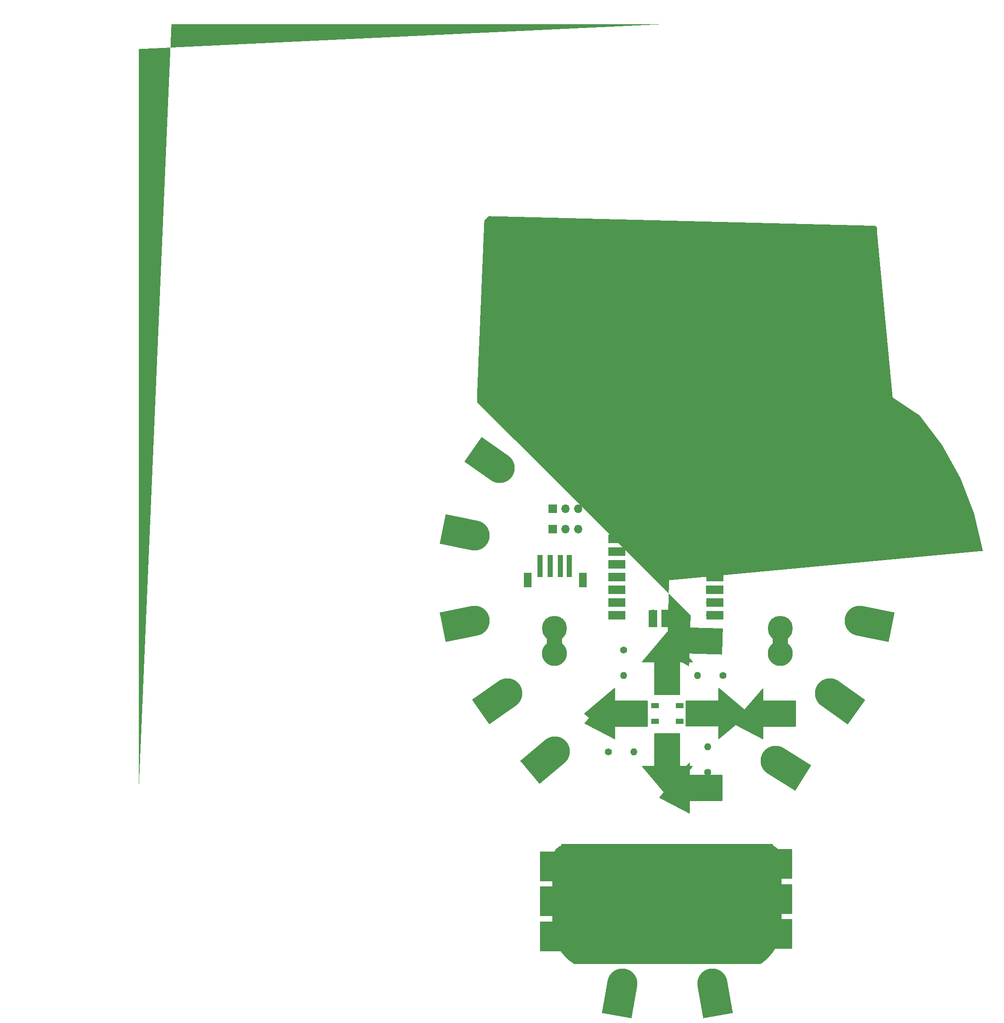
<source format=gts>
%TF.GenerationSoftware,KiCad,Pcbnew,6.0.2+dfsg-1*%
%TF.CreationDate,2022-09-12T11:49:15+02:00*%
%TF.ProjectId,kidslab-lamp,6b696473-6c61-4622-9d6c-616d702e6b69,rev?*%
%TF.SameCoordinates,Original*%
%TF.FileFunction,Soldermask,Top*%
%TF.FilePolarity,Negative*%
%FSLAX46Y46*%
G04 Gerber Fmt 4.6, Leading zero omitted, Abs format (unit mm)*
G04 Created by KiCad (PCBNEW 6.0.2+dfsg-1) date 2022-09-12 11:49:15*
%MOMM*%
%LPD*%
G01*
G04 APERTURE LIST*
G04 Aperture macros list*
%AMFreePoly0*
4,1,34,6.500000,-3.000000,0.000000,-3.000000,-0.000001,-2.998354,-0.313585,-2.983566,-0.654430,-2.927750,-0.986600,-2.833129,-1.305693,-2.700956,-1.607479,-2.532984,-1.887961,-2.331438,-2.143418,-2.098990,-2.370465,-1.838721,-2.566093,-1.554081,-2.727708,-1.248842,-2.853170,-0.927051,-2.940814,-0.592972,-2.989479,-0.251034,-2.998520,0.094232,-2.967817,0.438249,-2.897777,0.776457,-2.789329,1.104374,
-2.643910,1.417652,-2.463448,1.712141,-2.250333,1.983936,-2.007392,2.229434,-1.737844,2.445383,-1.445260,2.628920,-1.133522,2.777612,-0.806759,2.889488,-0.469303,2.963065,-0.125627,2.997368,0.000000,2.995395,0.000000,3.000000,6.500000,3.000000,6.500000,-3.000000,6.500000,-3.000000,$1*%
%AMFreePoly1*
4,1,48,0.468453,2.455718,0.772542,2.377641,1.064448,2.262068,1.339567,2.110820,1.593560,1.926283,1.822422,1.711368,1.955916,1.550000,3.250000,1.550000,3.285355,1.535355,3.300000,1.500000,3.300000,-1.500000,3.285355,-1.535355,3.250000,-1.550000,1.955916,-1.550000,1.822422,-1.711368,1.593560,-1.926283,1.339567,-2.110820,1.064448,-2.262068,0.772542,-2.377641,0.468453,-2.455718,
0.156976,-2.495067,-0.156976,-2.495067,-0.468453,-2.455718,-0.772542,-2.377641,-1.064448,-2.262068,-1.339567,-2.110820,-1.593560,-1.926283,-1.822422,-1.711368,-2.022542,-1.469463,-2.190767,-1.204384,-2.324441,-0.920311,-2.421458,-0.621725,-2.480287,-0.313333,-2.500000,0.000000,-2.480287,0.313333,-2.421458,0.621725,-2.324441,0.920311,-2.190767,1.204384,-2.022542,1.469463,-1.822422,1.711368,
-1.593560,1.926283,-1.339567,2.110820,-1.064448,2.262068,-0.772542,2.377641,-0.468453,2.455718,-0.156976,2.495067,0.156976,2.495067,0.468453,2.455718,0.468453,2.455718,$1*%
%AMFreePoly2*
4,1,66,4.411842,5.095106,4.430902,5.095106,4.441081,5.087711,4.453280,5.084625,4.465483,5.069982,4.480902,5.058779,4.484790,5.046813,4.492846,5.037146,4.494111,5.018124,4.500000,5.000000,4.500000,2.600000,10.900000,2.600000,10.915063,2.595106,10.930902,2.595106,10.943716,2.585796,10.958779,2.580902,10.968089,2.568089,10.980902,2.558779,10.985796,2.543716,10.995106,2.530902,
10.995106,2.515063,11.000000,2.500000,11.000000,-2.500000,10.995106,-2.515063,10.995106,-2.530902,10.985796,-2.543716,10.980902,-2.558779,10.968089,-2.568089,10.958779,-2.580902,10.943716,-2.585796,10.930902,-2.595106,10.915063,-2.595106,10.900000,-2.600000,4.500000,-2.600000,4.500000,-5.000000,4.494111,-5.018124,4.492846,-5.037146,4.484790,-5.046813,4.480902,-5.058779,4.465483,-5.069982,
4.453280,-5.084625,4.441081,-5.087711,4.430902,-5.095106,4.411842,-5.095106,4.393363,-5.099780,4.381681,-5.095106,4.369098,-5.095106,4.353676,-5.083901,4.335982,-5.076822,-1.664018,-0.076822,-1.677110,-0.056028,-1.692845,-0.037146,-1.693299,-0.030314,-1.696947,-0.024521,-1.695316,0.000000,-1.696947,0.024521,-1.693299,0.030314,-1.692845,0.037146,-1.677110,0.056028,-1.664018,0.076822,
4.335982,5.076822,4.353676,5.083901,4.369098,5.095106,4.381681,5.095106,4.393363,5.099780,4.411842,5.095106,4.411842,5.095106,$1*%
G04 Aperture macros list end*
%ADD10C,0.200000*%
%ADD11O,1.800000X1.800000*%
%ADD12O,1.500000X1.500000*%
%ADD13R,3.500000X1.700000*%
%ADD14O,1.700000X1.700000*%
%ADD15R,1.700000X1.700000*%
%ADD16R,1.700000X3.500000*%
%ADD17FreePoly0,328.000000*%
%ADD18FreePoly1,90.000000*%
%ADD19C,5.000000*%
%ADD20FreePoly2,270.000000*%
%ADD21FreePoly1,270.000000*%
%ADD22FreePoly0,0.000000*%
%ADD23FreePoly0,191.500000*%
%ADD24FreePoly0,215.000000*%
%ADD25FreePoly0,180.000000*%
%ADD26FreePoly1,0.000000*%
%ADD27FreePoly0,280.000000*%
%ADD28FreePoly0,145.000000*%
%ADD29FreePoly0,220.000000*%
%ADD30FreePoly0,58.000000*%
%ADD31FreePoly2,0.000000*%
%ADD32FreePoly1,180.000000*%
%ADD33FreePoly2,180.000000*%
%ADD34R,1.600000X3.000000*%
%ADD35R,1.000000X4.500000*%
%ADD36FreePoly0,260.000000*%
%ADD37C,1.400000*%
%ADD38O,1.400000X1.400000*%
%ADD39R,1.500000X1.000000*%
%ADD40FreePoly0,348.500000*%
%ADD41FreePoly0,11.000000*%
%ADD42FreePoly0,35.000000*%
%ADD43FreePoly0,124.500000*%
%ADD44FreePoly0,168.500000*%
%ADD45FreePoly0,324.500000*%
%ADD46FreePoly2,90.000000*%
G04 APERTURE END LIST*
D10*
%TO.C,GPIO15*%
X152438000Y-98904000D02*
X152438000Y-105404000D01*
X152438000Y-105404000D02*
X147438000Y-105404000D01*
X147438000Y-105404000D02*
X147438000Y-98904000D01*
X147438000Y-98904000D02*
X144938000Y-98904000D01*
X144938000Y-98904000D02*
X149938000Y-92904000D01*
X149938000Y-92904000D02*
X154938000Y-98904000D01*
X154938000Y-98904000D02*
X152438000Y-98904000D01*
G36*
X154938000Y-98904000D02*
G01*
X152438000Y-98904000D01*
X152438000Y-105404000D01*
X147438000Y-105404000D01*
X147438000Y-98904000D01*
X144938000Y-98904000D01*
X149938000Y-92904000D01*
X154938000Y-98904000D01*
G37*
X154938000Y-98904000D02*
X152438000Y-98904000D01*
X152438000Y-105404000D01*
X147438000Y-105404000D01*
X147438000Y-98904000D01*
X144938000Y-98904000D01*
X149938000Y-92904000D01*
X154938000Y-98904000D01*
%TO.C,GPIO14*%
X139438000Y-106654000D02*
X145938000Y-106654000D01*
X145938000Y-106654000D02*
X145938000Y-111654000D01*
X145938000Y-111654000D02*
X139438000Y-111654000D01*
X139438000Y-111654000D02*
X139438000Y-114154000D01*
X139438000Y-114154000D02*
X133438000Y-109154000D01*
X133438000Y-109154000D02*
X139438000Y-104154000D01*
X139438000Y-104154000D02*
X139438000Y-106654000D01*
G36*
X139438000Y-106654000D02*
G01*
X145938000Y-106654000D01*
X145938000Y-111654000D01*
X139438000Y-111654000D01*
X139438000Y-114154000D01*
X133438000Y-109154000D01*
X139438000Y-104154000D01*
X139438000Y-106654000D01*
G37*
X139438000Y-106654000D02*
X145938000Y-106654000D01*
X145938000Y-111654000D01*
X139438000Y-111654000D01*
X139438000Y-114154000D01*
X133438000Y-109154000D01*
X139438000Y-104154000D01*
X139438000Y-106654000D01*
%TO.C,GPIO16*%
X160188000Y-111654000D02*
X153688000Y-111654000D01*
X153688000Y-111654000D02*
X153688000Y-106654000D01*
X153688000Y-106654000D02*
X160188000Y-106654000D01*
X160188000Y-106654000D02*
X160188000Y-104154000D01*
X160188000Y-104154000D02*
X166188000Y-109154000D01*
X166188000Y-109154000D02*
X160188000Y-114154000D01*
X160188000Y-114154000D02*
X160188000Y-111654000D01*
G36*
X166188000Y-109154000D02*
G01*
X160188000Y-114154000D01*
X160188000Y-111654000D01*
X153688000Y-111654000D01*
X153688000Y-106654000D01*
X160188000Y-106654000D01*
X160188000Y-104154000D01*
X166188000Y-109154000D01*
G37*
X166188000Y-109154000D02*
X160188000Y-114154000D01*
X160188000Y-111654000D01*
X153688000Y-111654000D01*
X153688000Y-106654000D01*
X160188000Y-106654000D01*
X160188000Y-104154000D01*
X166188000Y-109154000D01*
%TO.C,GPIO17*%
X147438000Y-119654000D02*
X147438000Y-113154000D01*
X147438000Y-113154000D02*
X152438000Y-113154000D01*
X152438000Y-113154000D02*
X152438000Y-119654000D01*
X152438000Y-119654000D02*
X154938000Y-119654000D01*
X154938000Y-119654000D02*
X149938000Y-125654000D01*
X149938000Y-125654000D02*
X144938000Y-119654000D01*
X144938000Y-119654000D02*
X147438000Y-119654000D01*
G36*
X152438000Y-119654000D02*
G01*
X154938000Y-119654000D01*
X149938000Y-125654000D01*
X144938000Y-119654000D01*
X147438000Y-119654000D01*
X147438000Y-113154000D01*
X152438000Y-113154000D01*
X152438000Y-119654000D01*
G37*
X152438000Y-119654000D02*
X154938000Y-119654000D01*
X149938000Y-125654000D01*
X144938000Y-119654000D01*
X147438000Y-119654000D01*
X147438000Y-113154000D01*
X152438000Y-113154000D01*
X152438000Y-119654000D01*
%TD*%
D11*
%TO.C,U1*%
X146913000Y-41424000D03*
X152363000Y-41424000D03*
D12*
X147213000Y-44454000D03*
X152063000Y-44454000D03*
D13*
X139848000Y-41294000D03*
D14*
X140748000Y-41294000D03*
D13*
X139848000Y-43834000D03*
D14*
X140748000Y-43834000D03*
D13*
X139848000Y-46374000D03*
D15*
X140748000Y-46374000D03*
D13*
X139848000Y-48914000D03*
D14*
X140748000Y-48914000D03*
X140748000Y-51454000D03*
D13*
X139848000Y-51454000D03*
D14*
X140748000Y-53994000D03*
D13*
X139848000Y-53994000D03*
D14*
X140748000Y-56534000D03*
D13*
X139848000Y-56534000D03*
X139848000Y-59074000D03*
D15*
X140748000Y-59074000D03*
D13*
X139848000Y-61614000D03*
D14*
X140748000Y-61614000D03*
D13*
X139848000Y-64154000D03*
D14*
X140748000Y-64154000D03*
X140748000Y-66694000D03*
D13*
X139848000Y-66694000D03*
X139848000Y-69234000D03*
D14*
X140748000Y-69234000D03*
D15*
X140748000Y-71774000D03*
D13*
X139848000Y-71774000D03*
D14*
X140748000Y-74314000D03*
D13*
X139848000Y-74314000D03*
X139848000Y-76854000D03*
D14*
X140748000Y-76854000D03*
X140748000Y-79394000D03*
D13*
X139848000Y-79394000D03*
D14*
X140748000Y-81934000D03*
D13*
X139848000Y-81934000D03*
X139848000Y-84474000D03*
D15*
X140748000Y-84474000D03*
D13*
X139848000Y-87014000D03*
D14*
X140748000Y-87014000D03*
D13*
X139848000Y-89554000D03*
D14*
X140748000Y-89554000D03*
D13*
X159428000Y-89554000D03*
D14*
X158528000Y-89554000D03*
X158528000Y-87014000D03*
D13*
X159428000Y-87014000D03*
D15*
X158528000Y-84474000D03*
D13*
X159428000Y-84474000D03*
X159428000Y-81934000D03*
D14*
X158528000Y-81934000D03*
D13*
X159428000Y-79394000D03*
D14*
X158528000Y-79394000D03*
D13*
X159428000Y-76854000D03*
D14*
X158528000Y-76854000D03*
X158528000Y-74314000D03*
D13*
X159428000Y-74314000D03*
D15*
X158528000Y-71774000D03*
D13*
X159428000Y-71774000D03*
X159428000Y-69234000D03*
D14*
X158528000Y-69234000D03*
X158528000Y-66694000D03*
D13*
X159428000Y-66694000D03*
X159428000Y-64154000D03*
D14*
X158528000Y-64154000D03*
D13*
X159428000Y-61614000D03*
D14*
X158528000Y-61614000D03*
D15*
X158528000Y-59074000D03*
D13*
X159428000Y-59074000D03*
X159428000Y-56534000D03*
D14*
X158528000Y-56534000D03*
D13*
X159428000Y-53994000D03*
D14*
X158528000Y-53994000D03*
X158528000Y-51454000D03*
D13*
X159428000Y-51454000D03*
X159428000Y-48914000D03*
D14*
X158528000Y-48914000D03*
D13*
X159428000Y-46374000D03*
D15*
X158528000Y-46374000D03*
D14*
X158528000Y-43834000D03*
D13*
X159428000Y-43834000D03*
X159428000Y-41294000D03*
D14*
X158528000Y-41294000D03*
X147098000Y-89324000D03*
D16*
X147098000Y-90224000D03*
D15*
X149638000Y-89324000D03*
D16*
X149638000Y-90224000D03*
X152178000Y-90224000D03*
D14*
X152178000Y-89324000D03*
%TD*%
D17*
%TO.C,E39*%
X171528000Y-118610000D03*
%TD*%
D18*
%TO.C,GPIO18*%
X172438000Y-97154000D03*
D19*
X172438000Y-92154000D03*
%TD*%
D20*
%TO.C,GPIO15*%
X149938000Y-94504000D03*
D21*
X149938000Y-97944000D03*
D19*
X149938000Y-102944000D03*
%TD*%
D22*
%TO.C,E30*%
X168338000Y-146154000D03*
%TD*%
D23*
%TO.C,GPIO3*%
X111535992Y-90634063D03*
%TD*%
D15*
%TO.C,C1*%
X127093000Y-68318000D03*
D14*
X129633000Y-68318000D03*
X132173000Y-68318000D03*
%TD*%
D24*
%TO.C,GPIO4*%
X118019915Y-105096642D03*
%TD*%
D25*
%TO.C,E34*%
X131038000Y-153654000D03*
%TD*%
D26*
%TO.C,B6*%
X154938000Y-139154000D03*
D19*
X159938000Y-139154000D03*
%TD*%
D27*
%TO.C,E37*%
X158920635Y-163055519D03*
%TD*%
D28*
%TO.C,GPIO1*%
X116519915Y-60211358D03*
%TD*%
D29*
%TO.C,E40*%
X127514604Y-116767721D03*
%TD*%
D30*
%TO.C,GPIO28*%
X172385008Y-49238805D03*
%TD*%
D19*
%TO.C,GPIO14*%
X143478000Y-109154000D03*
D26*
X138478000Y-109154000D03*
D31*
X135038000Y-109154000D03*
%TD*%
D22*
%TO.C,E31*%
X168338000Y-139154000D03*
%TD*%
D32*
%TO.C,GPIO16*%
X161148000Y-109154000D03*
D19*
X156148000Y-109154000D03*
D33*
X164588000Y-109154000D03*
%TD*%
D34*
%TO.C,C2*%
X133086000Y-82518000D03*
X122086000Y-82518000D03*
D35*
X130386000Y-79768000D03*
X128586000Y-79768000D03*
X126586000Y-79768000D03*
X124586000Y-79768000D03*
%TD*%
D19*
%TO.C,GPIO13*%
X127438000Y-92154000D03*
D18*
X127438000Y-97154000D03*
%TD*%
D36*
%TO.C,E38*%
X140955365Y-163055519D03*
%TD*%
D26*
%TO.C,B1*%
X154938000Y-153154000D03*
D19*
X159938000Y-153154000D03*
%TD*%
D25*
%TO.C,E33*%
X131098000Y-139654000D03*
%TD*%
D15*
%TO.C,C3*%
X127093000Y-72382000D03*
D14*
X129633000Y-72382000D03*
X132173000Y-72382000D03*
%TD*%
D37*
%TO.C,R3*%
X161036000Y-101600000D03*
D38*
X155956000Y-101600000D03*
%TD*%
D22*
%TO.C,E35*%
X168338000Y-153154000D03*
%TD*%
D19*
%TO.C,B2*%
X144438000Y-146654000D03*
D26*
X139438000Y-146654000D03*
%TD*%
%TO.C,B4*%
X139438000Y-153654000D03*
D19*
X144438000Y-153654000D03*
%TD*%
D39*
%TO.C,D12*%
X152388000Y-110754000D03*
X152388000Y-107554000D03*
X147488000Y-107554000D03*
X147488000Y-110754000D03*
%TD*%
D40*
%TO.C,GPIO22*%
X188340008Y-90634063D03*
%TD*%
D19*
%TO.C,B3*%
X144438000Y-139654000D03*
D26*
X139438000Y-139654000D03*
%TD*%
D25*
%TO.C,E32*%
X131038000Y-146654000D03*
%TD*%
D37*
%TO.C,R1*%
X138176000Y-116840000D03*
D38*
X143256000Y-116840000D03*
%TD*%
D41*
%TO.C,GPIO26*%
X188339837Y-73673081D03*
%TD*%
D42*
%TO.C,GPIO27*%
X182856085Y-60211358D03*
%TD*%
D19*
%TO.C,B5*%
X159938000Y-146154000D03*
D26*
X154938000Y-146154000D03*
%TD*%
D43*
%TO.C,GPIO0*%
X127994641Y-49236413D03*
%TD*%
D37*
%TO.C,R2*%
X141224000Y-96520000D03*
D38*
X141224000Y-101600000D03*
%TD*%
D44*
%TO.C,GPIO2*%
X111535992Y-73673937D03*
%TD*%
D45*
%TO.C,GPIO21*%
X182356588Y-105095930D03*
%TD*%
D37*
%TO.C,R4*%
X157988000Y-120904000D03*
D38*
X157988000Y-115824000D03*
%TD*%
D18*
%TO.C,GPIO17*%
X149938000Y-120614000D03*
D19*
X149938000Y-115614000D03*
D46*
X149938000Y-124054000D03*
%TD*%
G36*
X171000110Y-135174002D02*
G01*
X171046603Y-135227658D01*
X171057984Y-135281172D01*
X171055728Y-135523746D01*
X171059653Y-135537589D01*
X171073580Y-135549357D01*
X171233605Y-135615920D01*
X171242169Y-135619864D01*
X171408203Y-135704001D01*
X171416398Y-135708544D01*
X171574399Y-135803989D01*
X171582184Y-135809095D01*
X171731701Y-135915233D01*
X171739047Y-135920863D01*
X171879684Y-136037123D01*
X171886557Y-136043242D01*
X172017857Y-136168999D01*
X172024239Y-136175573D01*
X172145797Y-136310256D01*
X172151671Y-136317258D01*
X172263024Y-136460241D01*
X172268367Y-136467641D01*
X172369080Y-136618314D01*
X172373878Y-136626086D01*
X172463531Y-136783870D01*
X172467762Y-136791990D01*
X172545894Y-136956235D01*
X172549538Y-136964676D01*
X172615736Y-137134824D01*
X172618768Y-137143552D01*
X172672588Y-137318968D01*
X172674985Y-137327949D01*
X172716000Y-137508057D01*
X172717737Y-137517247D01*
X172745515Y-137701468D01*
X172746569Y-137710816D01*
X172760672Y-137898553D01*
X172761026Y-137907992D01*
X172761026Y-151334965D01*
X172761003Y-151337357D01*
X172755090Y-151648720D01*
X172754938Y-151652969D01*
X172738604Y-151962431D01*
X172738309Y-151966664D01*
X172711611Y-152274863D01*
X172711174Y-152279078D01*
X172674184Y-152585745D01*
X172673607Y-152589936D01*
X172626392Y-152894858D01*
X172625675Y-152899024D01*
X172568313Y-153201900D01*
X172567458Y-153206037D01*
X172500008Y-153506682D01*
X172499015Y-153510785D01*
X172421557Y-153808898D01*
X172420427Y-153812965D01*
X172333032Y-154108300D01*
X172331766Y-154112328D01*
X172234511Y-154404610D01*
X172233111Y-154408595D01*
X172126043Y-154697644D01*
X172124508Y-154701583D01*
X172007733Y-154987053D01*
X172006066Y-154990942D01*
X171879619Y-155272671D01*
X171877819Y-155276507D01*
X171741797Y-155554177D01*
X171739866Y-155557955D01*
X171594329Y-155831344D01*
X171592268Y-155835064D01*
X171437313Y-156103866D01*
X171435095Y-156107565D01*
X171270956Y-156371025D01*
X171268653Y-156374587D01*
X171096083Y-156631857D01*
X171093664Y-156635336D01*
X170912823Y-156886269D01*
X170910291Y-156889660D01*
X170721429Y-157133986D01*
X170718789Y-157137286D01*
X170522027Y-157374914D01*
X170519278Y-157378122D01*
X170314865Y-157608790D01*
X170312013Y-157611902D01*
X170100074Y-157835502D01*
X170097120Y-157838516D01*
X169877917Y-158054788D01*
X169874863Y-158057702D01*
X169648491Y-158266554D01*
X169645340Y-158269365D01*
X169412045Y-158470559D01*
X169408800Y-158473264D01*
X169168756Y-158666633D01*
X169165419Y-158669230D01*
X168918815Y-158854591D01*
X168915388Y-158857078D01*
X168662398Y-159034257D01*
X168658885Y-159036630D01*
X168510034Y-159133580D01*
X168441267Y-159154000D01*
X131411928Y-159154000D01*
X131343318Y-159133682D01*
X131155047Y-159011454D01*
X131151542Y-159009094D01*
X130897972Y-158832110D01*
X130894552Y-158829637D01*
X130647305Y-158644451D01*
X130643972Y-158641866D01*
X130403284Y-158448686D01*
X130400041Y-158445993D01*
X130166065Y-158244969D01*
X130162915Y-158242170D01*
X129935842Y-158033481D01*
X129932788Y-158030578D01*
X129712858Y-157814450D01*
X129709900Y-157811445D01*
X129497229Y-157587980D01*
X129494373Y-157584876D01*
X129289227Y-157354333D01*
X129286473Y-157351132D01*
X129088986Y-157113627D01*
X129086338Y-157110330D01*
X128896743Y-156866089D01*
X128894203Y-156862702D01*
X128712665Y-156611874D01*
X128710236Y-156608396D01*
X128536957Y-156351173D01*
X128534642Y-156347608D01*
X128369795Y-156084141D01*
X128367635Y-156080558D01*
X128211567Y-155811658D01*
X128209493Y-155807942D01*
X128062903Y-155534501D01*
X128060959Y-155530723D01*
X127923908Y-155252979D01*
X127922096Y-155249145D01*
X127794653Y-154967350D01*
X127792973Y-154963462D01*
X127675211Y-154677879D01*
X127673664Y-154673942D01*
X127565640Y-154384792D01*
X127564228Y-154380809D01*
X127466012Y-154088348D01*
X127464734Y-154084321D01*
X127376406Y-153788830D01*
X127375265Y-153784764D01*
X127296898Y-153486514D01*
X127295893Y-153482412D01*
X127227542Y-153181594D01*
X127226675Y-153177459D01*
X127168416Y-152874360D01*
X127167688Y-152870196D01*
X127119595Y-152565094D01*
X127119006Y-152560904D01*
X127081139Y-152253995D01*
X127080691Y-152249781D01*
X127053128Y-151941353D01*
X127052822Y-151937123D01*
X127035629Y-151627451D01*
X127035465Y-151623204D01*
X127028696Y-151311755D01*
X127028666Y-151309017D01*
X127028666Y-137880050D01*
X127028889Y-137872558D01*
X127034453Y-137779152D01*
X127034825Y-137774411D01*
X127043990Y-137680456D01*
X127044539Y-137675747D01*
X127057164Y-137582705D01*
X127057887Y-137578035D01*
X127073917Y-137485964D01*
X127074812Y-137481338D01*
X127094196Y-137390293D01*
X127095259Y-137385719D01*
X127117920Y-137295865D01*
X127119149Y-137291348D01*
X127145069Y-137202613D01*
X127146461Y-137198158D01*
X127175547Y-137110753D01*
X127177096Y-137106369D01*
X127209314Y-137020291D01*
X127211020Y-137015976D01*
X127246314Y-136931315D01*
X127248172Y-136927079D01*
X127286480Y-136843922D01*
X127288488Y-136839765D01*
X127329741Y-136758216D01*
X127331896Y-136754144D01*
X127376082Y-136674195D01*
X127378380Y-136670211D01*
X127425387Y-136592040D01*
X127427827Y-136588144D01*
X127477641Y-136511759D01*
X127480218Y-136507961D01*
X127532756Y-136433477D01*
X127535471Y-136429773D01*
X127590687Y-136357255D01*
X127593536Y-136353652D01*
X127651401Y-136283143D01*
X127654380Y-136279645D01*
X127714762Y-136211310D01*
X127717871Y-136207918D01*
X127780809Y-136141727D01*
X127784045Y-136138446D01*
X127849420Y-136074543D01*
X127852780Y-136071376D01*
X127920561Y-136009813D01*
X127924044Y-136006765D01*
X127994153Y-135947638D01*
X127997757Y-135944710D01*
X128070127Y-135888104D01*
X128073845Y-135885305D01*
X128148487Y-135831243D01*
X128152319Y-135828575D01*
X128229122Y-135777176D01*
X128233061Y-135774644D01*
X128311982Y-135725973D01*
X128316028Y-135723581D01*
X128397001Y-135677722D01*
X128401147Y-135675475D01*
X128484161Y-135632481D01*
X128488400Y-135630386D01*
X128573355Y-135590355D01*
X128577685Y-135588414D01*
X128664516Y-135551427D01*
X128668927Y-135549645D01*
X128742962Y-135521361D01*
X128755601Y-135511742D01*
X128759885Y-135499972D01*
X128759885Y-135358248D01*
X128759881Y-135357582D01*
X128759099Y-135281292D01*
X128778401Y-135212970D01*
X128831577Y-135165929D01*
X128885092Y-135154000D01*
X170931989Y-135154000D01*
X171000110Y-135174002D01*
G37*
M02*

</source>
